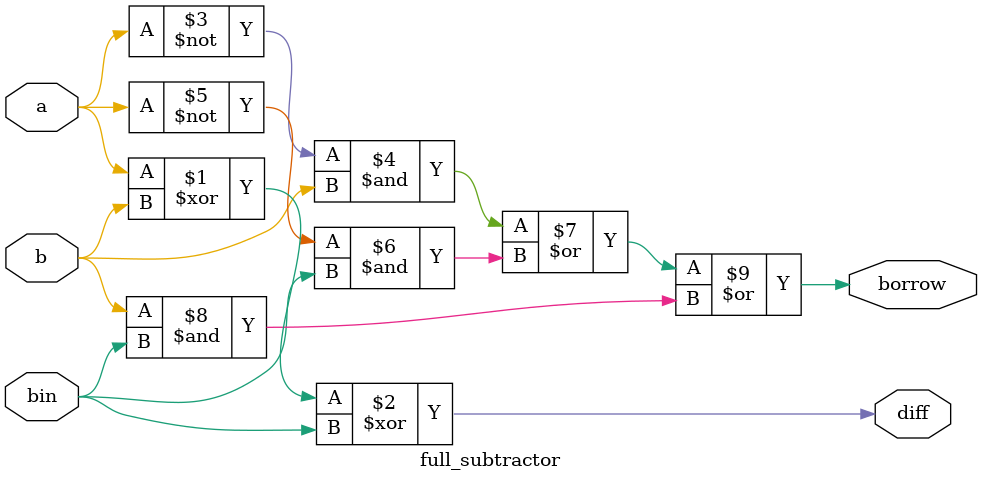
<source format=v>
 module full_subtractor(a, b, bin, diff, borrow);
  input a, b, bin;
  output diff, borrow;
assign diff = a ^ b ^ bin;
 assign borrow = (~a & b) | (~a & bin) | (b & bin);
endmodule
















</source>
